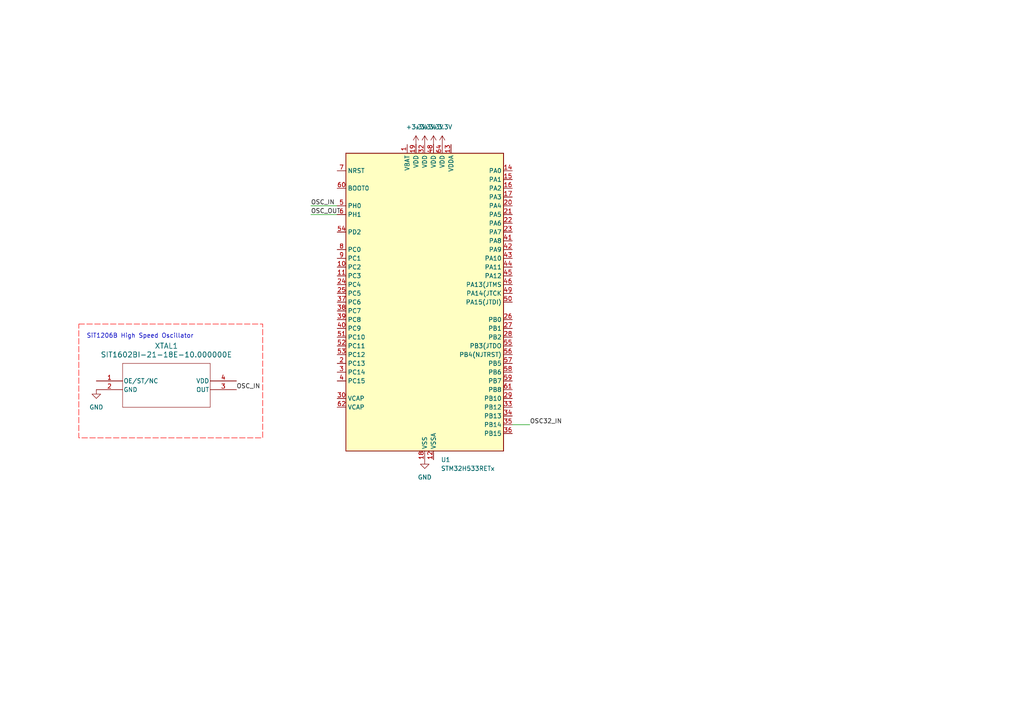
<source format=kicad_sch>
(kicad_sch (version 20250114) (generator "eeschema") (generator_version "9.0")
  (paper "A4")
  (lib_symbols
    (symbol "2025-04-19_17-42-41:SIT1602BI-21-18E-10.000000E" (pin_names (offset 0.254))
      (property "Reference" "XTAL" (at 20.32 10.16 0))
      (property "Value" "SIT1602BI-21-18E-10.000000E" (at 20.32 7.62 0))
      (symbol "SIT1602BI-21-18E-10.000000E_0_1"
        (polyline (pts (xy 7.62 5.08) (xy 7.62 -7.62)) (stroke (width 0.127)))
        (polyline (pts (xy 7.62 -7.62) (xy 33.02 -7.62)) (stroke (width 0.127)))
        (polyline (pts (xy 33.02 5.08) (xy 7.62 5.08)) (stroke (width 0.127)))
        (polyline (pts (xy 33.02 -7.62) (xy 33.02 5.08)) (stroke (width 0.127)))
        (pin unspecified line (at 0 0 0) (length 7.62) (name "OE/ST/NC") (number "1"))
        (pin power_out line (at 0 -2.54 0) (length 7.62) (name "GND") (number "2"))
        (pin power_in line (at 40.64 0 180) (length 7.62) (name "VDD") (number "4"))
        (pin output line (at 40.64 -2.54 180) (length 7.62) (name "OUT") (number "3"))
      )
    )
    (symbol "MCU_ST_STM32H5:STM32H533RETx"
      (property "Reference" "U" (at -22.86 44.45 0))
      (property "Value" "STM32H533RETx" (at 10.16 44.45 0))
      (symbol "STM32H533RETx_0_1"
        (rectangle (start -22.86 -43.18) (end 22.86 43.18) (stroke (width 0.254)) (fill (type background)))
      )
      (symbol "STM32H533RETx_1_1"
        (pin input line (at -25.4 38.1 0) (length 2.54) (name "NRST") (number "7"))
        (pin input line (at -25.4 33.02 0) (length 2.54) (name "BOOT0") (number "60"))
        (pin bidirectional line (at -25.4 27.94 0) (length 2.54) (name "PH0") (number "5"))
        (pin bidirectional line (at -25.4 25.4 0) (length 2.54) (name "PH1") (number "6"))
        (pin bidirectional line (at -25.4 20.32 0) (length 2.54) (name "PD2") (number "54"))
        (pin bidirectional line (at -25.4 15.24 0) (length 2.54) (name "PC0") (number "8"))
        (pin bidirectional line (at -25.4 12.7 0) (length 2.54) (name "PC1") (number "9"))
        (pin bidirectional line (at -25.4 10.16 0) (length 2.54) (name "PC2") (number "10"))
        (pin bidirectional line (at -25.4 7.62 0) (length 2.54) (name "PC3") (number "11"))
        (pin bidirectional line (at -25.4 5.08 0) (length 2.54) (name "PC4") (number "24"))
        (pin bidirectional line (at -25.4 2.54 0) (length 2.54) (name "PC5") (number "25"))
        (pin bidirectional line (at -25.4 0 0) (length 2.54) (name "PC6") (number "37"))
        (pin bidirectional line (at -25.4 -2.54 0) (length 2.54) (name "PC7") (number "38"))
        (pin bidirectional line (at -25.4 -5.08 0) (length 2.54) (name "PC8") (number "39"))
        (pin bidirectional line (at -25.4 -7.62 0) (length 2.54) (name "PC9") (number "40"))
        (pin bidirectional line (at -25.4 -10.16 0) (length 2.54) (name "PC10") (number "51"))
        (pin bidirectional line (at -25.4 -12.7 0) (length 2.54) (name "PC11") (number "52"))
        (pin bidirectional line (at -25.4 -15.24 0) (length 2.54) (name "PC12") (number "53"))
        (pin bidirectional line (at -25.4 -17.78 0) (length 2.54) (name "PC13") (number "2"))
        (pin bidirectional line (at -25.4 -20.32 0) (length 2.54) (name "PC14") (number "3"))
        (pin bidirectional line (at -25.4 -22.86 0) (length 2.54) (name "PC15") (number "4"))
        (pin power_out line (at -25.4 -27.94 0) (length 2.54) (name "VCAP") (number "30"))
        (pin power_out line (at -25.4 -30.48 0) (length 2.54) (name "VCAP") (number "62"))
        (pin power_in line (at -5.08 45.72 270) (length 2.54) (name "VBAT") (number "1"))
        (pin power_in line (at -2.54 45.72 270) (length 2.54) (name "VDD") (number "19"))
        (pin power_in line (at 0 45.72 270) (length 2.54) (name "VDD") (number "32"))
        (pin power_in line (at 0 -45.72 90) (length 2.54) (name "VSS") (number "18"))
        (pin passive line (at 0 -45.72 90) (length 2.54) (hide yes) (name "VSS") (number "31"))
        (pin passive line (at 0 -45.72 90) (length 2.54) (hide yes) (name "VSS") (number "47"))
        (pin passive line (at 0 -45.72 90) (length 2.54) (hide yes) (name "VSS") (number "63"))
        (pin power_in line (at 2.54 45.72 270) (length 2.54) (name "VDD") (number "48"))
        (pin power_in line (at 2.54 -45.72 90) (length 2.54) (name "VSSA") (number "12"))
        (pin power_in line (at 5.08 45.72 270) (length 2.54) (name "VDD") (number "64"))
        (pin power_in line (at 7.62 45.72 270) (length 2.54) (name "VDDA") (number "13"))
        (pin bidirectional line (at 25.4 38.1 180) (length 2.54) (name "PA0") (number "14"))
        (pin bidirectional line (at 25.4 35.56 180) (length 2.54) (name "PA1") (number "15"))
        (pin bidirectional line (at 25.4 33.02 180) (length 2.54) (name "PA2") (number "16"))
        (pin bidirectional line (at 25.4 30.48 180) (length 2.54) (name "PA3") (number "17"))
        (pin bidirectional line (at 25.4 27.94 180) (length 2.54) (name "PA4") (number "20"))
        (pin bidirectional line (at 25.4 25.4 180) (length 2.54) (name "PA5") (number "21"))
        (pin bidirectional line (at 25.4 22.86 180) (length 2.54) (name "PA6") (number "22"))
        (pin bidirectional line (at 25.4 20.32 180) (length 2.54) (name "PA7") (number "23"))
        (pin bidirectional line (at 25.4 17.78 180) (length 2.54) (name "PA8") (number "41"))
        (pin bidirectional line (at 25.4 15.24 180) (length 2.54) (name "PA9") (number "42"))
        (pin bidirectional line (at 25.4 12.7 180) (length 2.54) (name "PA10") (number "43"))
        (pin bidirectional line (at 25.4 10.16 180) (length 2.54) (name "PA11") (number "44"))
        (pin bidirectional line (at 25.4 7.62 180) (length 2.54) (name "PA12") (number "45"))
        (pin bidirectional line (at 25.4 5.08 180) (length 2.54) (name "PA13(JTMS") (number "46"))
        (pin bidirectional line (at 25.4 2.54 180) (length 2.54) (name "PA14(JTCK") (number "49"))
        (pin bidirectional line (at 25.4 0 180) (length 2.54) (name "PA15(JTDI)") (number "50"))
        (pin bidirectional line (at 25.4 -5.08 180) (length 2.54) (name "PB0") (number "26"))
        (pin bidirectional line (at 25.4 -7.62 180) (length 2.54) (name "PB1") (number "27"))
        (pin bidirectional line (at 25.4 -10.16 180) (length 2.54) (name "PB2") (number "28"))
        (pin bidirectional line (at 25.4 -12.7 180) (length 2.54) (name "PB3(JTDO") (number "55"))
        (pin bidirectional line (at 25.4 -15.24 180) (length 2.54) (name "PB4(NJTRST)") (number "56"))
        (pin bidirectional line (at 25.4 -17.78 180) (length 2.54) (name "PB5") (number "57"))
        (pin bidirectional line (at 25.4 -20.32 180) (length 2.54) (name "PB6") (number "58"))
        (pin bidirectional line (at 25.4 -22.86 180) (length 2.54) (name "PB7") (number "59"))
        (pin bidirectional line (at 25.4 -25.4 180) (length 2.54) (name "PB8") (number "61"))
        (pin bidirectional line (at 25.4 -27.94 180) (length 2.54) (name "PB10") (number "29"))
        (pin bidirectional line (at 25.4 -30.48 180) (length 2.54) (name "PB12") (number "33"))
        (pin bidirectional line (at 25.4 -33.02 180) (length 2.54) (name "PB13") (number "34"))
        (pin bidirectional line (at 25.4 -35.56 180) (length 2.54) (name "PB14") (number "35"))
        (pin bidirectional line (at 25.4 -38.1 180) (length 2.54) (name "PB15") (number "36"))
      )
    )
    (symbol "power:+3.3V" (power) (pin_numbers (hide yes)) (pin_names (offset 0) (hide yes))
      (property "Value" "+3.3V" (at 0 3.556 0))
      (symbol "+3.3V_0_1"
        (polyline (pts (xy -0.762 1.27) (xy 0 2.54)))
        (polyline (pts (xy 0 2.54) (xy 0.762 1.27)))
        (polyline (pts (xy 0 0) (xy 0 2.54)))
      )
      (symbol "+3.3V_1_1"
        (pin power_in line (at 0 0 90) (length 0) (name "~") (number "1"))
      )
    )
    (symbol "power:GND" (power) (pin_numbers (hide yes)) (pin_names (offset 0) (hide yes))
      (property "Value" "GND" (at 0 -3.81 0))
      (symbol "GND_0_1"
        (polyline (pts (xy 0 0) (xy 0 -1.27) (xy 1.27 -1.27) (xy 0 -2.54) (xy -1.27 -1.27) (xy 0 -1.27)))
      )
      (symbol "GND_1_1"
        (pin power_in line (at 0 0 270) (length 0) (name "~") (number "1"))
      )
    )
  )
  (text "SiT1206B High Speed Oscillator" (at 40.64 97.536 0) (effects (font (size 1.27 1.27))))
  (wire (pts (xy 90.17 62.23) (xy 97.79 62.23)))
  (wire (pts (xy 90.17 59.69) (xy 97.79 59.69)))
  (wire (pts (xy 148.59 123.19) (xy 153.67 123.19)))
  (label "OSC_OUT" (at 90.17 62.23 0))
  (label "OSC32_IN" (at 153.67 123.19 0))
  (label "OSC_IN" (at 90.17 59.69 0))
  (label "OSC_IN" (at 68.58 113.03 0))
  (rule_area (polyline (pts (xy 22.86 93.98) (xy 76.2 93.98) (xy 76.2 127) (xy 22.86 127)) (stroke (width 0) (type dash))))
  (symbol (lib_id "power:GND") (at 123.19 133.35 0) (unit 1)
    (property "Reference" "#PWR02" (effects (hide yes)))
    (property "Value" "GND" (at 123.19 138.43 0))
    (property "Description" "Power symbol creates a global label with name \"GND\" , ground" (effects (hide yes)))
  )
  (symbol (lib_id "power:+3.3V") (at 123.19 41.91 0) (unit 1)
    (property "Reference" "#PWR04" (effects (hide yes)))
    (property "Value" "+3.3V" (at 123.19 36.83 0))
    (property "Description" "Power symbol creates a global label with name \"+3.3V\"" (effects (hide yes)))
  )
  (symbol (lib_id "2025-04-19_17-42-41:SIT1602BI-21-18E-10.000000E") (at 27.94 110.49 0) (unit 1)
    (property "Reference" "XTAL1" (at 48.26 100.33 0) (effects (font (size 1.524 1.524))))
    (property "Value" "SIT1602BI-21-18E-10.000000E" (at 48.26 102.87 0) (effects (font (size 1.524 1.524))))
    (property "Footprint" "SON4_SIT1602-2_SIT" (effects (hide yes)))
    (property "Datasheet" "SIT1602BI-21-18E-10.000000E" (effects (hide yes)))
  )
  (symbol (lib_id "power:+3.3V") (at 128.27 41.91 0) (unit 1)
    (property "Reference" "#PWR06" (effects (hide yes)))
    (property "Value" "+3.3V" (at 128.27 36.83 0))
    (property "Description" "Power symbol creates a global label with name \"+3.3V\"" (effects (hide yes)))
  )
  (symbol (lib_id "MCU_ST_STM32H5:STM32H533RETx") (at 123.19 87.63 0) (unit 1)
    (property "Reference" "U1" (at 127.8733 133.35 0) (effects (justify left)))
    (property "Value" "STM32H533RETx" (at 127.8733 135.89 0) (effects (justify left)))
    (property "Footprint" "Package_QFP:LQFP-64_10x10mm_P0.5mm" (effects (hide yes)))
    (property "Datasheet" "https://www.st.com/resource/en/datasheet/stm32h533re.pdf" (effects (hide yes)))
    (property "Description" "STMicroelectronics Arm Cortex-M33 MCU, 512KB flash, 272KB RAM, 49 GPIO, LQFP64" (effects (hide yes)))
  )
  (symbol (lib_id "power:GND") (at 27.94 113.03 0) (unit 1)
    (property "Reference" "#PWR01" (effects (hide yes)))
    (property "Value" "GND" (at 27.94 118.11 0))
    (property "Description" "Power symbol creates a global label with name \"GND\" , ground" (effects (hide yes)))
  )
  (symbol (lib_id "power:+3.3V") (at 120.65 41.91 0) (unit 1)
    (property "Reference" "#PWR03" (effects (hide yes)))
    (property "Value" "+3.3V" (at 120.65 36.83 0))
    (property "Description" "Power symbol creates a global label with name \"+3.3V\"" (effects (hide yes)))
  )
  (symbol (lib_id "power:+3.3V") (at 125.73 41.91 0) (unit 1)
    (property "Reference" "#PWR05" (effects (hide yes)))
    (property "Value" "+3.3V" (at 125.73 36.83 0))
    (property "Description" "Power symbol creates a global label with name \"+3.3V\"" (effects (hide yes)))
  )
)
</source>
